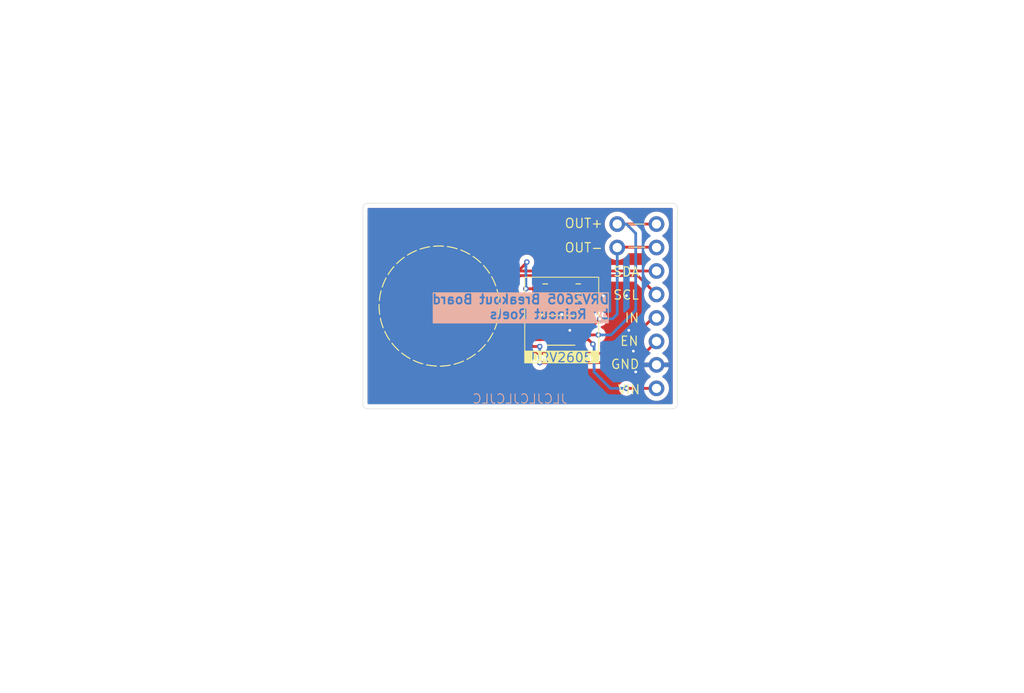
<source format=kicad_pcb>
(kicad_pcb (version 20240108) (generator "pcbnew") (generator_version "8.0")
  (layers (0 "F.Cu" signal) (31 "B.Cu" signal) (34 "B.Paste" user) (35 "F.Paste" user) (36 "B.SilkS" user "B.Silkscreen") (37 "F.SilkS" user "F.Silkscreen") (38 "B.Mask" user) (39 "F.Mask" user) (44 "Edge.Cuts" user))
  (net 0 "")
  (net 1 "Net-(U1-REG)")
  (net 2 "GND")
  (net 3 "3.3V")
  (net 4 "SCL")
  (net 5 "SDA")
  (net 6 "OUT+")
  (net 7 "IN")
  (net 8 "EN")
  (net 9 "OUT-")
  (footprint "Package_SO:VSSOP-10_3x3mm_P0.5mm" (layer "F.Cu") (at 122.675 77.5)
    (property "Reference" "U1" (hide yes))
    (property "Value" "DRV2605LDGS" (hide yes))
    (fp_line (start 0 -1.61) (end -1.5 -1.61) (stroke (width 0.12)) (layer "F.SilkS"))
    (fp_line (start 0 -1.61) (end 1.5 -1.61) (stroke (width 0.12)) (layer "F.SilkS"))
    (fp_line (start 0 1.61) (end -1.5 1.61) (stroke (width 0.12)) (layer "F.SilkS"))
    (fp_line (start 0 1.61) (end 1.5 1.61) (stroke (width 0.12)) (layer "F.SilkS"))
    (fp_poly (pts (xy -2.2125 -1.41) (xy -2.4525 -1.74) (xy -1.9725 -1.74) (xy -2.2125 -1.41)) (stroke (width 0.12)) (fill solid) (layer "F.SilkS"))
    (pad "1" smd roundrect (at -2.2 -1) (size 1.45 0.3) (layers "F.Cu" "F.Paste" "F.Mask") (net 1 "Net-(U1-REG)"))
    (pad "2" smd roundrect (at -2.2 -0.5) (size 1.45 0.3) (layers "F.Cu" "F.Paste" "F.Mask") (net 4 "SCL"))
    (pad "3" smd roundrect (at -2.2 0) (size 1.45 0.3) (layers "F.Cu" "F.Paste" "F.Mask") (net 5 "SDA"))
    (pad "4" smd roundrect (at -2.2 0.5) (size 1.45 0.3) (layers "F.Cu" "F.Paste" "F.Mask") (net 7 "IN"))
    (pad "5" smd roundrect (at -2.2 1) (size 1.45 0.3) (layers "F.Cu" "F.Paste" "F.Mask") (net 8 "EN"))
    (pad "6" smd roundrect (at 2.2 1) (size 1.45 0.3) (layers "F.Cu" "F.Paste" "F.Mask") (net 3 "3.3V"))
    (pad "7" smd roundrect (at 2.2 0.5) (size 1.45 0.3) (layers "F.Cu" "F.Paste" "F.Mask") (net 6 "OUT+"))
    (pad "8" smd roundrect (at 2.2 0) (size 1.45 0.3) (layers "F.Cu" "F.Paste" "F.Mask") (net 2 "GND"))
    (pad "9" smd roundrect (at 2.2 -0.5) (size 1.45 0.3) (layers "F.Cu" "F.Paste" "F.Mask") (net 9 "OUT-"))
    (pad "10" smd roundrect (at 2.2 -1) (size 1.45 0.3) (layers "F.Cu" "F.Paste" "F.Mask") (net 3 "3.3V"))
  )
  (footprint "Resistor_SMD:R_0603_1608Metric_Pad0.98x0.95mm_HandSolder" (layer "F.Cu") (at 124.5375 73)
    (property "Reference" "R1" (hide yes))
    (property "Value" "2.2K" (hide yes))
    (fp_line (start -0.254724 -0.5225) (end 0.254724 -0.5225) (stroke (width 0.12)) (layer "F.SilkS"))
    (fp_line (start -0.254724 0.5225) (end 0.254724 0.5225) (stroke (width 0.12)) (layer "F.SilkS"))
    (pad "1" smd roundrect (at -0.9125 0) (size 0.975 0.95) (layers "F.Cu" "F.Paste" "F.Mask") (net 3 "3.3V"))
    (pad "2" smd roundrect (at 0.9125 0) (size 0.975 0.95) (layers "F.Cu" "F.Paste" "F.Mask") (net 4 "SCL"))
  )
  (footprint "Resistor_SMD:R_0603_1608Metric_Pad0.98x0.95mm_HandSolder" (layer "F.Cu") (at 120.9625 73 180)
    (property "Reference" "R2" (hide yes))
    (property "Value" "2.2K" (hide yes))
    (fp_line (start -0.254724 0.5225) (end 0.254724 0.5225) (stroke (width 0.12)) (layer "F.SilkS"))
    (fp_line (start -0.254724 -0.5225) (end 0.254724 -0.5225) (stroke (width 0.12)) (layer "F.SilkS"))
    (pad "1" smd roundrect (at -0.9125 0 180) (size 0.975 0.95) (layers "F.Cu" "F.Paste" "F.Mask") (net 3 "3.3V"))
    (pad "2" smd roundrect (at 0.9125 0 180) (size 0.975 0.95) (layers "F.Cu" "F.Paste" "F.Mask") (net 5 "SDA"))
  )
  (footprint "Connector_PinHeader_2.54mm:PinHeader_1x08_P2.54mm_Vertical" (layer "F.Cu") (at 133 66)
    (property "Reference" "J2" (hide yes))
    (property "Value" "Conn_01x08" (hide yes))
    (pad "1" thru_hole circle (at 0 0) (size 1.7 1.7) (drill 1) (layers "*.Cu" "*.Mask") (net 6 "OUT+"))
    (pad "2" thru_hole oval (at 0 2.54) (size 1.7 1.7) (drill 1) (layers "*.Cu" "*.Mask") (net 9 "OUT-"))
    (pad "3" thru_hole oval (at 0 5.08) (size 1.7 1.7) (drill 1) (layers "*.Cu" "*.Mask") (net 5 "SDA"))
    (pad "4" thru_hole oval (at 0 7.62) (size 1.7 1.7) (drill 1) (layers "*.Cu" "*.Mask") (net 4 "SCL"))
    (pad "5" thru_hole oval (at 0 10.16) (size 1.7 1.7) (drill 1) (layers "*.Cu" "*.Mask") (net 7 "IN"))
    (pad "6" thru_hole oval (at 0 12.7) (size 1.7 1.7) (drill 1) (layers "*.Cu" "*.Mask") (net 8 "EN"))
    (pad "7" thru_hole oval (at 0 15.24) (size 1.7 1.7) (drill 1) (layers "*.Cu" "*.Mask") (net 2 "GND"))
    (pad "8" thru_hole oval (at 0 17.78) (size 1.7 1.7) (drill 1) (layers "*.Cu" "*.Mask") (net 3 "3.3V"))
  )
  (footprint "Connector_PinHeader_2.54mm:PinHeader_1x02_P2.54mm_Vertical" (layer "F.Cu") (at 128.75 66)
    (property "Reference" "M1" (hide yes))
    (property "Value" "Motor_DC_ALT" (hide yes))
    (pad "1" thru_hole circle (at 0 0) (size 1.7 1.7) (drill 1) (layers "*.Cu" "*.Mask") (net 6 "OUT+"))
    (pad "2" thru_hole oval (at 0 2.54) (size 1.7 1.7) (drill 1) (layers "*.Cu" "*.Mask") (net 9 "OUT-"))
  )
  (footprint "Capacitor_SMD:C_0603_1608Metric_Pad1.08x0.95mm_HandSolder" (layer "F.Cu") (at 124.5125 74.75 180)
    (property "Reference" "C3" (hide yes))
    (property "Value" "1uF" (hide yes))
    (fp_line (start -0.146267 0.51) (end 0.146267 0.51) (stroke (width 0.12)) (layer "F.SilkS"))
    (fp_line (start -0.146267 -0.51) (end 0.146267 -0.51) (stroke (width 0.12)) (layer "F.SilkS"))
    (pad "1" smd roundrect (at -0.8625 0 180) (size 1.075 0.95) (layers "F.Cu" "F.Paste" "F.Mask") (net 3 "3.3V"))
    (pad "2" smd roundrect (at 0.8625 0 180) (size 1.075 0.95) (layers "F.Cu" "F.Paste" "F.Mask") (net 2 "GND"))
  )
  (footprint "Capacitor_SMD:C_0603_1608Metric_Pad1.08x0.95mm_HandSolder" (layer "F.Cu") (at 121.0125 74.75)
    (property "Reference" "C1" (hide yes))
    (property "Value" "1uF" (hide yes))
    (fp_line (start -0.146267 -0.51) (end 0.146267 -0.51) (stroke (width 0.12)) (layer "F.SilkS"))
    (fp_line (start -0.146267 0.51) (end 0.146267 0.51) (stroke (width 0.12)) (layer "F.SilkS"))
    (pad "1" smd roundrect (at -0.8625 0) (size 1.075 0.95) (layers "F.Cu" "F.Paste" "F.Mask") (net 1 "Net-(U1-REG)"))
    (pad "2" smd roundrect (at 0.8625 0) (size 1.075 0.95) (layers "F.Cu" "F.Paste" "F.Mask") (net 2 "GND"))
  )
  (gr_line (start 130 68.5) (end 131.75 68.5) (stroke (width 0.1)) (layer "F.SilkS"))
  (gr_rect (start 118.75 71.75) (end 126.75 79.75) (stroke (width 0.1)) (fill none) (layer "F.SilkS"))
  (gr_rect (start 118.699147 79.75) (end 119.5 81.069277) (stroke (width 0.001)) (fill solid) (layer "F.SilkS"))
  (gr_rect (start 126.003973 79.75066) (end 126.804826 81.069937) (stroke (width 0.001)) (fill solid) (layer "F.SilkS"))
  (gr_line (start 130 66) (end 131.75 66) (stroke (width 0.1)) (layer "F.SilkS"))
  (gr_circle (center 109.5 74.875) (end 116 74.875) (stroke (width 0.1) (type dash)) (fill none) (layer "F.SilkS"))
  (gr_arc (start 135.25 85.5) (mid 135.103553 85.853553) (end 134.75 86) (stroke (width 0.05)) (layer "Edge.Cuts"))
  (gr_line (start 134.75 86) (end 101.75 86) (stroke (width 0.05)) (layer "Edge.Cuts"))
  (gr_line (start 101.25 85.5) (end 101.25 64.25) (stroke (width 0.05)) (layer "Edge.Cuts"))
  (gr_arc (start 101.75 86) (mid 101.396447 85.853553) (end 101.25 85.5) (stroke (width 0.05)) (layer "Edge.Cuts"))
  (gr_line (start 135.25 64.25) (end 135.25 85.5) (stroke (width 0.05)) (layer "Edge.Cuts"))
  (gr_line (start 101.75 63.75) (end 134.75 63.75) (stroke (width 0.05)) (layer "Edge.Cuts"))
  (gr_arc (start 101.25 64.25) (mid 101.396447 63.896447) (end 101.75 63.75) (stroke (width 0.05)) (layer "Edge.Cuts"))
  (gr_arc (start 134.75 63.75) (mid 135.103553 63.896447) (end 135.25 64.25) (stroke (width 0.05)) (layer "Edge.Cuts"))
  (gr_text "DRV2605 Breakout Board\nby Reinout Roels" (at 127.997621 76.343972 0) (layer "B.SilkS" knockout) (effects (font (size 1 1) (thickness 0.2) (bold yes)) (justify left bottom mirror)))
  (gr_text "JLCJLCJLCJLC" (at 123.442858 85.5 0) (layer "B.SilkS") (effects (font (size 1 1) (thickness 0.1)) (justify left bottom mirror)))
  (gr_text "SCL" (at 128.25 74.25 0) (layer "F.SilkS") (effects (font (size 1 1) (thickness 0.125)) (justify left bottom)))
  (gr_text "VIN" (at 128.75 84.5 0) (layer "F.SilkS") (effects (font (size 1 1) (thickness 0.125)) (justify left bottom)))
  (gr_text "GND" (at 128 81.75 0) (layer "F.SilkS") (effects (font (size 1 1) (thickness 0.125)) (justify left bottom)))
  (gr_text "OUT-\n\n" (at 123 70.75 0) (layer "F.SilkS") (effects (font (size 1 1) (thickness 0.125)) (justify left bottom)))
  (gr_text "EN" (at 129 79.25 0) (layer "F.SilkS") (effects (font (size 1 1) (thickness 0.125)) (justify left bottom)))
  (gr_text "DRV2605\n" (at 119.329167 81.027692 0) (layer "F.SilkS" knockout) (effects (font (size 1 1) (thickness 0.125)) (justify left bottom)))
  (gr_text "OUT+\n" (at 123 66.5 0) (layer "F.SilkS") (effects (font (size 1 1) (thickness 0.125)) (justify left bottom)))
  (gr_text "IN" (at 129.5 76.75 0) (layer "F.SilkS") (effects (font (size 1 1) (thickness 0.125)) (justify left bottom)))
  (gr_text "SDA" (at 128.25 71.75 0) (layer "F.SilkS") (effects (font (size 1 1) (thickness 0.125)) (justify left bottom)))
  (segment (start 119.125 75) (end 119.375 74.75) (width 0.3) (layer "F.Cu") (net 1))
  (segment (start 119.125 76) (end 119.125 75) (width 0.3) (layer "F.Cu") (net 1))
  (segment (start 119.375 74.75) (end 120.15 74.75) (width 0.3) (layer "F.Cu") (net 1))
  (segment (start 120.475 76.5) (end 119.625 76.5) (width 0.3) (layer "F.Cu") (net 1))
  (segment (start 119.625 76.5) (end 119.125 76) (width 0.3) (layer "F.Cu") (net 1))
  (segment (start 123.65 74.75) (end 123.65 74.879873) (width 0.3) (layer "F.Cu") (net 2))
  (segment (start 121.875 74.75) (end 121.875 74.886593) (width 0.3) (layer "F.Cu") (net 2))
  (segment (start 123.65 74.879873) (end 122.75914 75.770733) (width 0.3) (layer "F.Cu") (net 2))
  (segment (start 121.875 74.886593) (end 122.75914 75.770733) (width 0.3) (layer "F.Cu") (net 2))
  (segment (start 124.875 77.5) (end 123.625 77.5) (width 0.3) (layer "F.Cu") (net 2))
  (via (at 123.625 77.5) (size 0.6) (drill 0.3) (layers "F.Cu" "B.Cu") (net 2))
  (via (at 130 77.5) (size 0.6) (drill 0.3) (layers "F.Cu" "B.Cu") (net 2))
  (via (at 127.25 73.75) (size 0.6) (drill 0.3) (layers "F.Cu" "B.Cu") (net 2))
  (via (at 129.75 73.75) (size 0.6) (drill 0.3) (layers "F.Cu" "B.Cu") (net 2))
  (via (at 130.5 79.75) (size 0.6) (drill 0.3) (layers "F.Cu" "B.Cu") (net 2))
  (via (at 122.75914 75.770733) (size 0.6) (drill 0.3) (layers "F.Cu" "B.Cu") (net 2))
  (via (at 130.75 82) (size 0.6) (drill 0.3) (layers "F.Cu" "B.Cu") (net 2))
  (segment (start 122.875 78.25) (end 122.875 76.75) (width 0.3) (layer "F.Cu") (net 3))
  (segment (start 124.875 76.5) (end 125.625 76.5) (width 0.3) (layer "F.Cu") (net 3))
  (segment (start 125.875 76.25) (end 125.875 75.75) (width 0.3) (layer "F.Cu") (net 3))
  (segment (start 125.375 75.25) (end 125.375 74.75) (width 0.3) (layer "F.Cu") (net 3))
  (segment (start 124.875 78.5) (end 123.125 78.5) (width 0.3) (layer "F.Cu") (net 3))
  (segment (start 125.375 74.75) (end 123.625 73) (width 0.3) (layer "F.Cu") (net 3))
  (segment (start 125.625 76.5) (end 125.875 76.25) (width 0.3) (layer "F.Cu") (net 3))
  (segment (start 123.125 76.5) (end 124.875 76.5) (width 0.3) (layer "F.Cu") (net 3))
  (segment (start 123.625 73) (end 121.875 73) (width 0.3) (layer "F.Cu") (net 3))
  (segment (start 123.125 78.5) (end 122.875 78.25) (width 0.3) (layer "F.Cu") (net 3))
  (segment (start 125.625 78.5) (end 126.125 79) (width 0.3) (layer "F.Cu") (net 3))
  (segment (start 125.875 75.75) (end 125.375 75.25) (width 0.3) (layer "F.Cu") (net 3))
  (segment (start 124.875 78.5) (end 125.625 78.5) (width 0.3) (layer "F.Cu") (net 3))
  (segment (start 129.75 83.78) (end 133 83.78) (width 0.3) (layer "F.Cu") (net 3))
  (segment (start 122.875 76.75) (end 123.125 76.5) (width 0.3) (layer "F.Cu") (net 3))
  (via (at 126.125 79) (size 0.6) (drill 0.3) (layers "F.Cu" "B.Cu") (net 3))
  (via (at 129.75 83.78) (size 0.6) (drill 0.3) (layers "F.Cu" "B.Cu") (net 3))
  (segment (start 126.25 79.125) (end 126.25 82) (width 0.3) (layer "B.Cu") (net 3))
  (segment (start 126.125 79) (end 126.25 79.125) (width 0.3) (layer "B.Cu") (net 3))
  (segment (start 126.25 82) (end 128.03 83.78) (width 0.3) (layer "B.Cu") (net 3))
  (segment (start 128.03 83.78) (end 129.75 83.78) (width 0.3) (layer "B.Cu") (net 3))
  (segment (start 133 73.62) (end 130.96 71.58) (width 0.3) (layer "F.Cu") (net 4))
  (segment (start 125.45 71.655) (end 125.375 71.58) (width 0.3) (layer "F.Cu") (net 4))
  (segment (start 130.96 71.58) (end 125 71.58) (width 0.3) (layer "F.Cu") (net 4))
  (segment (start 118.625 77) (end 120.475 77) (width 0.3) (layer "F.Cu") (net 4))
  (segment (start 125.45 73) (end 125.45 71.655) (width 0.3) (layer "F.Cu") (net 4))
  (segment (start 125 71.58) (end 123.625 71.58) (width 0.3) (layer "F.Cu") (net 4))
  (segment (start 118.252106 71.58) (end 117.728553 72.103553) (width 0.3) (layer "F.Cu") (net 4))
  (segment (start 123.625 71.58) (end 118.252106 71.58) (width 0.3) (layer "F.Cu") (net 4))
  (segment (start 117.728553 76.103553) (end 118.625 77) (width 0.3) (layer "F.Cu") (net 4))
  (segment (start 117.728553 72.103553) (end 117.728553 76.103553) (width 0.3) (layer "F.Cu") (net 4))
  (segment (start 125.375 71.58) (end 125 71.58) (width 0.3) (layer "F.Cu") (net 4))
  (segment (start 118.417894 77.5) (end 120.475 77.5) (width 0.3) (layer "F.Cu") (net 5))
  (segment (start 118.974659 70.112607) (end 118.974659 70.150341) (width 0.3) (layer "F.Cu") (net 5))
  (segment (start 118.974659 70.150341) (end 118.045 71.08) (width 0.3) (layer "F.Cu") (net 5))
  (segment (start 133 71.08) (end 118.045 71.08) (width 0.3) (layer "F.Cu") (net 5))
  (segment (start 117.125 76.207106) (end 118.417894 77.5) (width 0.3) (layer "F.Cu") (net 5))
  (segment (start 120.05 73) (end 118.875 73) (width 0.3) (layer "F.Cu") (net 5))
  (segment (start 117.125 72) (end 117.125 76.207106) (width 0.3) (layer "F.Cu") (net 5))
  (segment (start 118.045 71.08) (end 117.125 72) (width 0.3) (layer "F.Cu") (net 5))
  (via (at 118.875 73) (size 0.6) (drill 0.3) (layers "F.Cu" "B.Cu") (net 5))
  (via (at 118.974659 70.112607) (size 0.6) (drill 0.3) (layers "F.Cu" "B.Cu") (net 5))
  (segment (start 118.974659 70.112607) (end 118.875 70.212266) (width 0.3) (layer "B.Cu") (net 5))
  (segment (start 118.875 70.212266) (end 118.875 73) (width 0.3) (layer "B.Cu") (net 5))
  (segment (start 133 66) (end 128.75 66) (width 0.3) (layer "F.Cu") (net 6))
  (segment (start 126.705761 78) (end 124.875 78) (width 0.3) (layer "F.Cu") (net 6))
  (via (at 126.705761 78) (size 0.6) (drill 0.3) (layers "F.Cu" "B.Cu") (net 6))
  (segment (start 130.75 67) (end 129.75 66) (width 0.3) (layer "B.Cu") (net 6))
  (segment (start 130.75 75.330761) (end 130.75 67) (width 0.3) (layer "B.Cu") (net 6))
  (segment (start 129.75 66) (end 128.75 66) (width 0.3) (layer "B.Cu") (net 6))
  (segment (start 128.080761 78) (end 130.75 75.330761) (width 0.3) (layer "B.Cu") (net 6))
  (segment (start 128.080761 78) (end 126.705761 78) (width 0.3) (layer "B.Cu") (net 6))
  (segment (start 120.475 78) (end 119.125 78) (width 0.3) (layer "F.Cu") (net 7))
  (segment (start 119.125 80) (end 128.75 80) (width 0.3) (layer "F.Cu") (net 7))
  (segment (start 132.59 76.16) (end 133 76.16) (width 0.3) (layer "F.Cu") (net 7))
  (segment (start 119.125 78) (end 118.625 78.5) (width 0.3) (layer "F.Cu") (net 7))
  (segment (start 118.625 78.5) (end 118.625 79.5) (width 0.3) (layer "F.Cu") (net 7))
  (segment (start 118.625 79.5) (end 119.125 80) (width 0.3) (layer "F.Cu") (net 7))
  (segment (start 128.75 80) (end 132.59 76.16) (width 0.3) (layer "F.Cu") (net 7))
  (segment (start 120.475 78.5) (end 119.625 78.5) (width 0.3) (layer "F.Cu") (net 8))
  (segment (start 130.7 81) (end 120.375 81) (width 0.3) (layer "F.Cu") (net 8))
  (segment (start 133 78.7) (end 130.7 81) (width 0.3) (layer "F.Cu") (net 8))
  (segment (start 119.375 78.75) (end 119.375 79) (width 0.3) (layer "F.Cu") (net 8))
  (segment (start 119.375 79) (end 119.625 79.25) (width 0.3) (layer "F.Cu") (net 8))
  (segment (start 119.625 79.25) (end 120.375 79.25) (width 0.3) (layer "F.Cu") (net 8))
  (segment (start 119.625 78.5) (end 119.375 78.75) (width 0.3) (layer "F.Cu") (net 8))
  (via (at 120.375 81) (size 0.6) (drill 0.3) (layers "F.Cu" "B.Cu") (net 8))
  (via (at 120.375 79.25) (size 0.6) (drill 0.3) (layers "F.Cu" "B.Cu") (net 8))
  (segment (start 120.375 79.25) (end 120.375 81) (width 0.3) (layer "B.Cu") (net 8))
  (segment (start 132.875 68.5) (end 128.625 68.5) (width 0.3) (layer "F.Cu") (net 9))
  (segment (start 126.125 77) (end 124.875 77) (width 0.3) (layer "F.Cu") (net 9))
  (segment (start 126.875 76.25) (end 126.125 77) (width 0.3) (layer "F.Cu") (net 9))
  (via (at 126.875 76.25) (size 0.6) (drill 0.3) (layers "F.Cu" "B.Cu") (net 9))
  (segment (start 128.75 75.75) (end 128.75 68.54) (width 0.3) (layer "B.Cu") (net 9))
  (segment (start 128.25 76.25) (end 126.875 76.25) (width 0.3) (layer "B.Cu") (net 9))
  (segment (start 128.25 76.25) (end 128.75 75.75) (width 0.3) (layer "B.Cu") (net 9))
  (zone (net 2) (net_name "GND") (layers "F&B.Cu") (connect_pads (clearance 0.5)) (min_thickness 0.25) (fill yes (thermal_gap 0.5) (thermal_bridge_width 0.5))
    (polygon (pts (xy 64.5 41.75) (xy 172.75 41.75) (xy 171.25 113.25) (xy 62 116.75)))
  )
)
</source>
